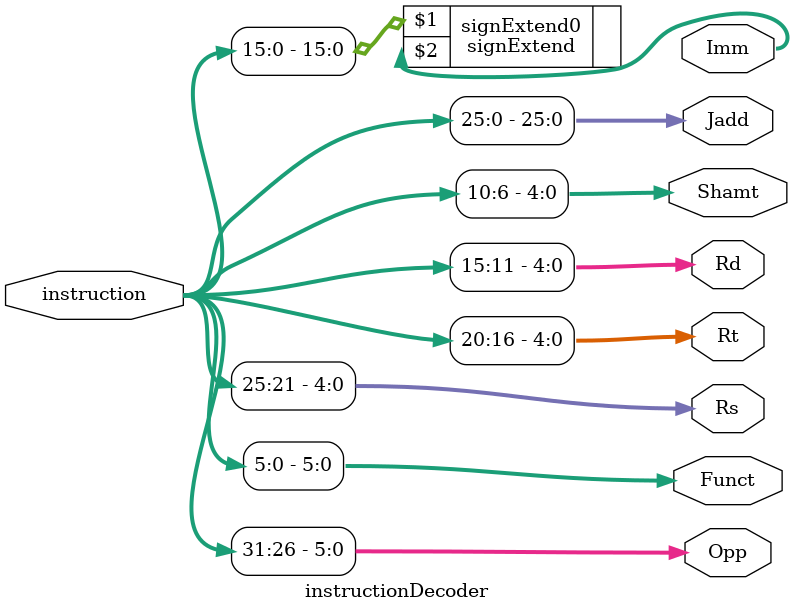
<source format=v>
`include "signExtend.v"

module instructionDecoder (instruction, Opp, Rs, Rt, Rd, Shamt, Funct, Imm, Jadd);

input[31:0] instruction;
output[5:0] Opp, Funct;
output[4:0] Rs, Rt, Rd, Shamt;
output[31:0] Imm;
output[25:0] Jadd;

wire [31:0] instruction;
wire [5:0] Opp, Funct;
wire [4:0] Rs, Rt, Rd;
wire [31:0] Imm;
wire [25:0] Jadd;

assign Opp[5:0] = instruction[31:26];
assign Rs[4:0] = instruction[25:21];
assign Rt[4:0] = instruction[20:16];
assign Rd[4:0] = instruction[15:11];
assign Shamt[4:0] = instruction[10:6];
assign Funct[5:0] = instruction[5:0];
signExtend signExtend0(instruction[15:0], Imm);
assign Jadd[25:0] = instruction[25:0];

endmodule

</source>
